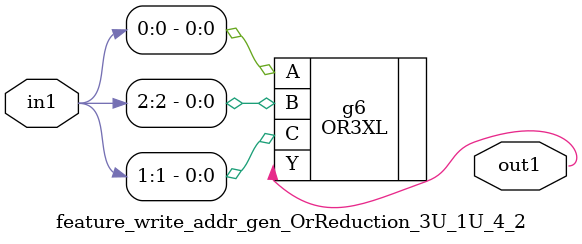
<source format=v>
`timescale 1ps / 1ps


module feature_write_addr_gen_OrReduction_3U_1U_4_2(in1, out1);
  input [2:0] in1;
  output out1;
  wire [2:0] in1;
  wire out1;
  OR3XL g6(.A (in1[0]), .B (in1[2]), .C (in1[1]), .Y (out1));
endmodule



</source>
